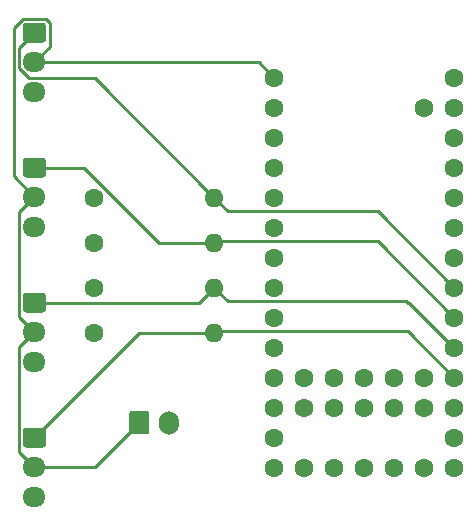
<source format=gtl>
%TF.GenerationSoftware,KiCad,Pcbnew,(5.1.10-1-10_14)*%
%TF.CreationDate,2021-10-17T13:29:00+11:00*%
%TF.ProjectId,glove-board,676c6f76-652d-4626-9f61-72642e6b6963,rev?*%
%TF.SameCoordinates,Original*%
%TF.FileFunction,Copper,L1,Top*%
%TF.FilePolarity,Positive*%
%FSLAX46Y46*%
G04 Gerber Fmt 4.6, Leading zero omitted, Abs format (unit mm)*
G04 Created by KiCad (PCBNEW (5.1.10-1-10_14)) date 2021-10-17 13:29:00*
%MOMM*%
%LPD*%
G01*
G04 APERTURE LIST*
%TA.AperFunction,ComponentPad*%
%ADD10O,1.700000X2.000000*%
%TD*%
%TA.AperFunction,ComponentPad*%
%ADD11O,1.950000X1.700000*%
%TD*%
%TA.AperFunction,ComponentPad*%
%ADD12C,1.600000*%
%TD*%
%TA.AperFunction,ComponentPad*%
%ADD13O,1.600000X1.600000*%
%TD*%
%TA.AperFunction,Conductor*%
%ADD14C,0.250000*%
%TD*%
G04 APERTURE END LIST*
%TO.P,BTN1,1*%
%TO.N,Net-(BTN1-Pad1)*%
%TA.AperFunction,ComponentPad*%
G36*
G01*
X117260000Y-1018020000D02*
X117260000Y-1016520000D01*
G75*
G02*
X117510000Y-1016270000I250000J0D01*
G01*
X118710000Y-1016270000D01*
G75*
G02*
X118960000Y-1016520000I0J-250000D01*
G01*
X118960000Y-1018020000D01*
G75*
G02*
X118710000Y-1018270000I-250000J0D01*
G01*
X117510000Y-1018270000D01*
G75*
G02*
X117260000Y-1018020000I0J250000D01*
G01*
G37*
%TD.AperFunction*%
D10*
%TO.P,BTN1,2*%
%TO.N,Net-(BTN1-Pad2)*%
X120610000Y-1017270000D03*
%TD*%
%TO.P,J1,1*%
%TO.N,Net-(J1-Pad1)*%
%TA.AperFunction,ComponentPad*%
G36*
G01*
X108495000Y-1017690000D02*
X109945000Y-1017690000D01*
G75*
G02*
X110195000Y-1017940000I0J-250000D01*
G01*
X110195000Y-1019140000D01*
G75*
G02*
X109945000Y-1019390000I-250000J0D01*
G01*
X108495000Y-1019390000D01*
G75*
G02*
X108245000Y-1019140000I0J250000D01*
G01*
X108245000Y-1017940000D01*
G75*
G02*
X108495000Y-1017690000I250000J0D01*
G01*
G37*
%TD.AperFunction*%
D11*
%TO.P,J1,2*%
%TO.N,Net-(BTN1-Pad1)*%
X109220000Y-1021040000D03*
%TO.P,J1,3*%
%TO.N,Net-(J1-Pad3)*%
X109220000Y-1023540000D03*
%TD*%
%TO.P,J2,3*%
%TO.N,Net-(J1-Pad3)*%
X109220000Y-1012110000D03*
%TO.P,J2,2*%
%TO.N,Net-(BTN1-Pad1)*%
X109220000Y-1009610000D03*
%TO.P,J2,1*%
%TO.N,Net-(J2-Pad1)*%
%TA.AperFunction,ComponentPad*%
G36*
G01*
X108495000Y-1006260000D02*
X109945000Y-1006260000D01*
G75*
G02*
X110195000Y-1006510000I0J-250000D01*
G01*
X110195000Y-1007710000D01*
G75*
G02*
X109945000Y-1007960000I-250000J0D01*
G01*
X108495000Y-1007960000D01*
G75*
G02*
X108245000Y-1007710000I0J250000D01*
G01*
X108245000Y-1006510000D01*
G75*
G02*
X108495000Y-1006260000I250000J0D01*
G01*
G37*
%TD.AperFunction*%
%TD*%
%TO.P,J3,1*%
%TO.N,Net-(J3-Pad1)*%
%TA.AperFunction,ComponentPad*%
G36*
G01*
X108495000Y-994830000D02*
X109945000Y-994830000D01*
G75*
G02*
X110195000Y-995080000I0J-250000D01*
G01*
X110195000Y-996280000D01*
G75*
G02*
X109945000Y-996530000I-250000J0D01*
G01*
X108495000Y-996530000D01*
G75*
G02*
X108245000Y-996280000I0J250000D01*
G01*
X108245000Y-995080000D01*
G75*
G02*
X108495000Y-994830000I250000J0D01*
G01*
G37*
%TD.AperFunction*%
%TO.P,J3,2*%
%TO.N,Net-(BTN1-Pad1)*%
X109220000Y-998180000D03*
%TO.P,J3,3*%
%TO.N,Net-(J1-Pad3)*%
X109220000Y-1000680000D03*
%TD*%
%TO.P,J4,3*%
%TO.N,Net-(J1-Pad3)*%
X109220000Y-989250000D03*
%TO.P,J4,2*%
%TO.N,Net-(BTN1-Pad1)*%
X109220000Y-986750000D03*
%TO.P,J4,1*%
%TO.N,Net-(J4-Pad1)*%
%TA.AperFunction,ComponentPad*%
G36*
G01*
X108495000Y-983400000D02*
X109945000Y-983400000D01*
G75*
G02*
X110195000Y-983650000I0J-250000D01*
G01*
X110195000Y-984850000D01*
G75*
G02*
X109945000Y-985100000I-250000J0D01*
G01*
X108495000Y-985100000D01*
G75*
G02*
X108245000Y-984850000I0J250000D01*
G01*
X108245000Y-983650000D01*
G75*
G02*
X108495000Y-983400000I250000J0D01*
G01*
G37*
%TD.AperFunction*%
%TD*%
D12*
%TO.P,R1,1*%
%TO.N,Net-(J1-Pad3)*%
X114300000Y-1009650000D03*
D13*
%TO.P,R1,2*%
%TO.N,Net-(J1-Pad1)*%
X124460000Y-1009650000D03*
%TD*%
%TO.P,R2,2*%
%TO.N,Net-(J2-Pad1)*%
X124460000Y-1005840000D03*
D12*
%TO.P,R2,1*%
%TO.N,Net-(J1-Pad3)*%
X114300000Y-1005840000D03*
%TD*%
%TO.P,R3,1*%
%TO.N,Net-(J1-Pad3)*%
X114300000Y-1002030000D03*
D13*
%TO.P,R3,2*%
%TO.N,Net-(J3-Pad1)*%
X124460000Y-1002030000D03*
%TD*%
%TO.P,R4,2*%
%TO.N,Net-(J4-Pad1)*%
X124460000Y-998220000D03*
D12*
%TO.P,R4,1*%
%TO.N,Net-(J1-Pad3)*%
X114300000Y-998220000D03*
%TD*%
%TO.P,U1,17*%
%TO.N,Net-(U1-Pad17)*%
X137160000Y-1021080000D03*
%TO.P,U1,18*%
%TO.N,Net-(U1-Pad18)*%
X139700000Y-1021080000D03*
%TO.P,U1,19*%
%TO.N,Net-(U1-Pad19)*%
X142240000Y-1021080000D03*
%TO.P,U1,20*%
%TO.N,Net-(U1-Pad20)*%
X144780000Y-1021080000D03*
%TO.P,U1,16*%
%TO.N,Net-(U1-Pad16)*%
X134620000Y-1021080000D03*
%TO.P,U1,15*%
%TO.N,Net-(U1-Pad15)*%
X132080000Y-1021080000D03*
%TO.P,U1,14*%
%TO.N,Net-(U1-Pad14)*%
X129540000Y-1021080000D03*
%TO.P,U1,21*%
%TO.N,Net-(U1-Pad21)*%
X144780000Y-1018540000D03*
%TO.P,U1,22*%
%TO.N,Net-(U1-Pad22)*%
X144780000Y-1016000000D03*
%TO.P,U1,23*%
%TO.N,Net-(J1-Pad1)*%
X144780000Y-1013460000D03*
%TO.P,U1,24*%
%TO.N,Net-(J2-Pad1)*%
X144780000Y-1010920000D03*
%TO.P,U1,25*%
%TO.N,Net-(J3-Pad1)*%
X144780000Y-1008380000D03*
%TO.P,U1,26*%
%TO.N,Net-(J4-Pad1)*%
X144780000Y-1005840000D03*
%TO.P,U1,27*%
%TO.N,Net-(U1-Pad27)*%
X144780000Y-1003300000D03*
%TO.P,U1,28*%
%TO.N,Net-(U1-Pad28)*%
X144780000Y-1000760000D03*
%TO.P,U1,29*%
%TO.N,Net-(U1-Pad29)*%
X144780000Y-998220000D03*
%TO.P,U1,30*%
%TO.N,Net-(U1-Pad30)*%
X144780000Y-995680000D03*
%TO.P,U1,31*%
%TO.N,Net-(J1-Pad3)*%
X144780000Y-993140000D03*
%TO.P,U1,32*%
%TO.N,Net-(U1-Pad32)*%
X144780000Y-990600000D03*
%TO.P,U1,33*%
%TO.N,Net-(U1-Pad33)*%
X144780000Y-988060000D03*
%TO.P,U1,34*%
%TO.N,Net-(U1-Pad34)*%
X142240000Y-990600000D03*
%TO.P,U1,13*%
%TO.N,Net-(U1-Pad13)*%
X129540000Y-1018540000D03*
%TO.P,U1,12*%
%TO.N,Net-(U1-Pad12)*%
X129540000Y-1016000000D03*
%TO.P,U1,11*%
%TO.N,Net-(U1-Pad11)*%
X129540000Y-1013460000D03*
%TO.P,U1,10*%
%TO.N,Net-(U1-Pad10)*%
X129540000Y-1010920000D03*
%TO.P,U1,9*%
%TO.N,Net-(U1-Pad9)*%
X129540000Y-1008380000D03*
%TO.P,U1,8*%
%TO.N,Net-(U1-Pad8)*%
X129540000Y-1005840000D03*
%TO.P,U1,7*%
%TO.N,Net-(U1-Pad7)*%
X129540000Y-1003300000D03*
%TO.P,U1,6*%
%TO.N,Net-(U1-Pad6)*%
X129540000Y-1000760000D03*
%TO.P,U1,5*%
%TO.N,Net-(U1-Pad5)*%
X129540000Y-998220000D03*
%TO.P,U1,4*%
%TO.N,Net-(U1-Pad4)*%
X129540000Y-995680000D03*
%TO.P,U1,3*%
%TO.N,Net-(BTN1-Pad2)*%
X129540000Y-993140000D03*
%TO.P,U1,2*%
%TO.N,Net-(U1-Pad2)*%
X129540000Y-990600000D03*
%TO.P,U1,1*%
%TO.N,Net-(BTN1-Pad1)*%
X129540000Y-988060000D03*
%TO.P,U1,35*%
%TO.N,Net-(U1-Pad35)*%
X142240000Y-1016000000D03*
%TO.P,U1,36*%
%TO.N,Net-(U1-Pad36)*%
X142240000Y-1013460000D03*
%TO.P,U1,37*%
%TO.N,Net-(U1-Pad37)*%
X139700000Y-1016000000D03*
%TO.P,U1,38*%
%TO.N,Net-(U1-Pad38)*%
X139700000Y-1013460000D03*
%TO.P,U1,39*%
%TO.N,Net-(U1-Pad39)*%
X137160000Y-1016000000D03*
%TO.P,U1,40*%
%TO.N,Net-(U1-Pad40)*%
X137160000Y-1013460000D03*
%TO.P,U1,41*%
%TO.N,Net-(U1-Pad41)*%
X134620000Y-1016000000D03*
%TO.P,U1,42*%
%TO.N,Net-(U1-Pad42)*%
X134620000Y-1013460000D03*
%TO.P,U1,43*%
%TO.N,Net-(U1-Pad43)*%
X132080000Y-1016000000D03*
%TO.P,U1,44*%
%TO.N,Net-(U1-Pad44)*%
X132080000Y-1013460000D03*
%TD*%
D14*
%TO.N,Net-(BTN1-Pad1)*%
X128230000Y-986750000D02*
X129540000Y-988060000D01*
X109220000Y-986750000D02*
X128230000Y-986750000D01*
X107469980Y-983861830D02*
X107469980Y-996429980D01*
X108256820Y-983074990D02*
X107469980Y-983861830D01*
X110183180Y-983074990D02*
X108256820Y-983074990D01*
X107469980Y-996429980D02*
X109220000Y-998180000D01*
X110520010Y-983411820D02*
X110183180Y-983074990D01*
X110520010Y-985449990D02*
X110520010Y-983411820D01*
X109220000Y-986750000D02*
X110520010Y-985449990D01*
X107919990Y-1008309990D02*
X109220000Y-1009610000D01*
X107919990Y-999480010D02*
X107919990Y-1008309990D01*
X109220000Y-998180000D02*
X107919990Y-999480010D01*
X107919990Y-1010910010D02*
X107919990Y-1019739990D01*
X107919990Y-1019739990D02*
X109220000Y-1021040000D01*
X109220000Y-1009610000D02*
X107919990Y-1010910010D01*
X114340000Y-1021040000D02*
X118110000Y-1017270000D01*
X109220000Y-1021040000D02*
X114340000Y-1021040000D01*
%TO.N,Net-(J1-Pad1)*%
X118110000Y-1009650000D02*
X124460000Y-1009650000D01*
X109220000Y-1018540000D02*
X118110000Y-1009650000D01*
X124604999Y-1009505001D02*
X124460000Y-1009650000D01*
X140825001Y-1009505001D02*
X124604999Y-1009505001D01*
X144780000Y-1013460000D02*
X140825001Y-1009505001D01*
%TO.N,Net-(J3-Pad1)*%
X119775002Y-1002030000D02*
X124460000Y-1002030000D01*
X113425002Y-995680000D02*
X119775002Y-1002030000D01*
X109220000Y-995680000D02*
X113425002Y-995680000D01*
X124604999Y-1001885001D02*
X124460000Y-1002030000D01*
X138285001Y-1001885001D02*
X124604999Y-1001885001D01*
X144780000Y-1008380000D02*
X138285001Y-1001885001D01*
%TO.N,Net-(J4-Pad1)*%
X107919990Y-987236705D02*
X108758275Y-988074990D01*
X107919990Y-985550010D02*
X107919990Y-987236705D01*
X114314990Y-988074990D02*
X124460000Y-998220000D01*
X108758275Y-988074990D02*
X114314990Y-988074990D01*
X109220000Y-984250000D02*
X107919990Y-985550010D01*
X138285001Y-999345001D02*
X125585001Y-999345001D01*
X125585001Y-999345001D02*
X124460000Y-998220000D01*
X144780000Y-1005840000D02*
X138285001Y-999345001D01*
%TO.N,Net-(J2-Pad1)*%
X123190000Y-1007110000D02*
X124460000Y-1005840000D01*
X109220000Y-1007110000D02*
X123190000Y-1007110000D01*
X125585001Y-1006965001D02*
X124460000Y-1005840000D01*
X140825001Y-1007110000D02*
X140680002Y-1006965001D01*
X140680002Y-1006965001D02*
X125585001Y-1006965001D01*
X140970000Y-1007110000D02*
X140825001Y-1007110000D01*
X144780000Y-1010920000D02*
X140970000Y-1007110000D01*
%TD*%
M02*

</source>
